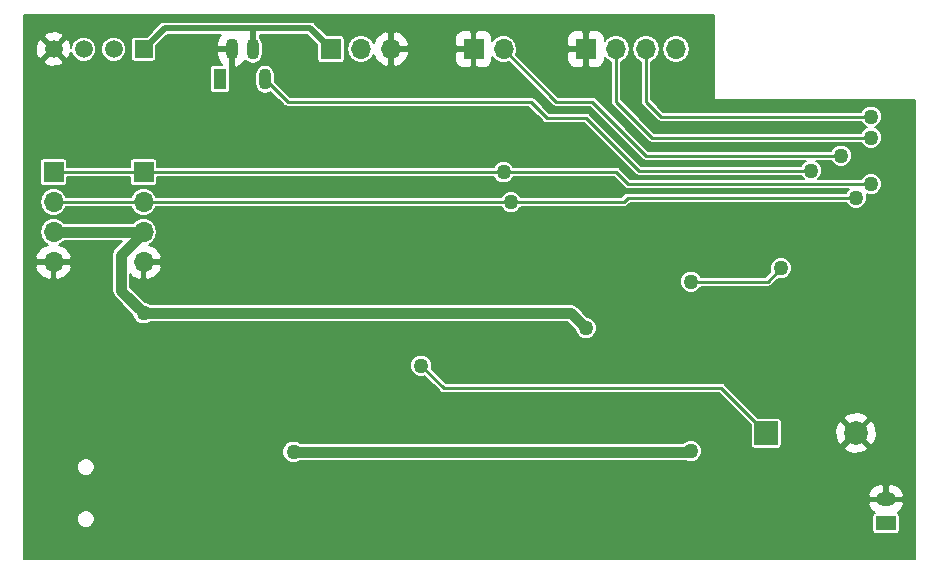
<source format=gbr>
G04 #@! TF.GenerationSoftware,KiCad,Pcbnew,(5.0.1)-rc2*
G04 #@! TF.CreationDate,2020-01-05T22:16:04+01:00*
G04 #@! TF.ProjectId,IoT_Messenger,496F545F4D657373656E6765722E6B69,rev?*
G04 #@! TF.SameCoordinates,Original*
G04 #@! TF.FileFunction,Copper,L2,Bot,Signal*
G04 #@! TF.FilePolarity,Positive*
%FSLAX46Y46*%
G04 Gerber Fmt 4.6, Leading zero omitted, Abs format (unit mm)*
G04 Created by KiCad (PCBNEW (5.0.1)-rc2) date 05/01/2020 22:16:04*
%MOMM*%
%LPD*%
G01*
G04 APERTURE LIST*
G04 #@! TA.AperFunction,ComponentPad*
%ADD10R,1.700000X1.700000*%
G04 #@! TD*
G04 #@! TA.AperFunction,ComponentPad*
%ADD11O,1.700000X1.700000*%
G04 #@! TD*
G04 #@! TA.AperFunction,ComponentPad*
%ADD12R,1.700000X1.200000*%
G04 #@! TD*
G04 #@! TA.AperFunction,ComponentPad*
%ADD13O,1.700000X1.200000*%
G04 #@! TD*
G04 #@! TA.AperFunction,ComponentPad*
%ADD14O,1.070000X1.800000*%
G04 #@! TD*
G04 #@! TA.AperFunction,ComponentPad*
%ADD15R,1.070000X1.800000*%
G04 #@! TD*
G04 #@! TA.AperFunction,ComponentPad*
%ADD16R,2.000000X2.000000*%
G04 #@! TD*
G04 #@! TA.AperFunction,ComponentPad*
%ADD17C,2.000000*%
G04 #@! TD*
G04 #@! TA.AperFunction,ComponentPad*
%ADD18C,1.500000*%
G04 #@! TD*
G04 #@! TA.AperFunction,ComponentPad*
%ADD19R,1.500000X1.500000*%
G04 #@! TD*
G04 #@! TA.AperFunction,ViaPad*
%ADD20C,1.270000*%
G04 #@! TD*
G04 #@! TA.AperFunction,Conductor*
%ADD21C,0.254000*%
G04 #@! TD*
G04 #@! TA.AperFunction,Conductor*
%ADD22C,0.508000*%
G04 #@! TD*
G04 #@! TA.AperFunction,Conductor*
%ADD23C,0.889000*%
G04 #@! TD*
G04 #@! TA.AperFunction,Conductor*
%ADD24C,0.203200*%
G04 #@! TD*
G04 APERTURE END LIST*
D10*
G04 #@! TO.P,J4,1*
G04 #@! TO.N,GND*
X116840000Y-84328000D03*
D11*
G04 #@! TO.P,J4,2*
G04 #@! TO.N,Net-(IC4-Pad21)*
X119380000Y-84328000D03*
G04 #@! TO.P,J4,3*
G04 #@! TO.N,Net-(IC4-Pad22)*
X121920000Y-84328000D03*
G04 #@! TO.P,J4,4*
G04 #@! TO.N,/RST*
X124460000Y-84328000D03*
G04 #@! TD*
D12*
G04 #@! TO.P,CONN2,1*
G04 #@! TO.N,Net-(CONN2-Pad1)*
X142240000Y-124460000D03*
D13*
G04 #@! TO.P,CONN2,2*
G04 #@! TO.N,GND*
X142240000Y-122460000D03*
G04 #@! TD*
D14*
G04 #@! TO.P,LED2,4*
G04 #@! TO.N,/GPIO2*
X89662000Y-86868000D03*
G04 #@! TO.P,LED2,3*
G04 #@! TO.N,+3V3*
X88646000Y-84328000D03*
G04 #@! TO.P,LED2,2*
G04 #@! TO.N,GND*
X86868000Y-84328000D03*
D15*
G04 #@! TO.P,LED2,1*
G04 #@! TO.N,Net-(J5-Pad2)*
X85852000Y-86868000D03*
G04 #@! TD*
D16*
G04 #@! TO.P,BZ1,1*
G04 #@! TO.N,/GPIO13*
X132080000Y-116840000D03*
D17*
G04 #@! TO.P,BZ1,2*
G04 #@! TO.N,GND*
X139680000Y-116840000D03*
G04 #@! TD*
D18*
G04 #@! TO.P,IC3,4*
G04 #@! TO.N,GND*
X71755000Y-84328000D03*
G04 #@! TO.P,IC3,3*
G04 #@! TO.N,N/C*
X74295000Y-84328000D03*
G04 #@! TO.P,IC3,2*
G04 #@! TO.N,/GPIO0*
X76835000Y-84328000D03*
D19*
G04 #@! TO.P,IC3,1*
G04 #@! TO.N,+3V3*
X79375000Y-84328000D03*
G04 #@! TD*
D10*
G04 #@! TO.P,J1,1*
G04 #@! TO.N,/GPIO4*
X79375000Y-94742000D03*
D11*
G04 #@! TO.P,J1,2*
G04 #@! TO.N,/GPIO5*
X79375000Y-97282000D03*
G04 #@! TO.P,J1,3*
G04 #@! TO.N,+3V3*
X79375000Y-99822000D03*
G04 #@! TO.P,J1,4*
G04 #@! TO.N,GND*
X79375000Y-102362000D03*
G04 #@! TD*
G04 #@! TO.P,J2,4*
G04 #@! TO.N,GND*
X71755000Y-102362000D03*
G04 #@! TO.P,J2,3*
G04 #@! TO.N,+3V3*
X71755000Y-99822000D03*
G04 #@! TO.P,J2,2*
G04 #@! TO.N,/GPIO5*
X71755000Y-97282000D03*
D10*
G04 #@! TO.P,J2,1*
G04 #@! TO.N,/GPIO4*
X71755000Y-94742000D03*
G04 #@! TD*
D11*
G04 #@! TO.P,J3,2*
G04 #@! TO.N,/GPIO0*
X109855000Y-84328000D03*
D10*
G04 #@! TO.P,J3,1*
G04 #@! TO.N,GND*
X107315000Y-84328000D03*
G04 #@! TD*
D11*
G04 #@! TO.P,J5,3*
G04 #@! TO.N,GND*
X100330000Y-84328000D03*
G04 #@! TO.P,J5,2*
G04 #@! TO.N,Net-(J5-Pad2)*
X97790000Y-84328000D03*
D10*
G04 #@! TO.P,J5,1*
G04 #@! TO.N,+3V3*
X95250000Y-84328000D03*
G04 #@! TD*
D20*
G04 #@! TO.N,GND*
X107950000Y-99060000D03*
X143510000Y-105410000D03*
X137287000Y-107950000D03*
X95250000Y-91440000D03*
X95250000Y-101600000D03*
X140970000Y-102870000D03*
X83820000Y-91440000D03*
X83820000Y-101600000D03*
X114300000Y-92710000D03*
X116840000Y-92710000D03*
X110490000Y-92710000D03*
X123825000Y-109220000D03*
X109220000Y-111125000D03*
X87630000Y-111125000D03*
X109220000Y-115570000D03*
X87630000Y-115570000D03*
X73660000Y-114300000D03*
X123825000Y-115570000D03*
X143510000Y-107950000D03*
X143510000Y-110490000D03*
X143510000Y-113030000D03*
X130810000Y-124968000D03*
X135890000Y-115570000D03*
X79248000Y-123444000D03*
X90170000Y-125730000D03*
X72390000Y-121920000D03*
X104140000Y-91440000D03*
X113411000Y-84328000D03*
X103886000Y-84328000D03*
X83820000Y-84328000D03*
X89535000Y-91440000D03*
X89535000Y-101600000D03*
X91694000Y-84328000D03*
X73660000Y-86360000D03*
X77470000Y-86360000D03*
X71755000Y-91440000D03*
X97155000Y-114300000D03*
X97155000Y-108585000D03*
X123825000Y-124968000D03*
X105410000Y-125730000D03*
X91440000Y-123190000D03*
X118110000Y-115570000D03*
X106680000Y-115570000D03*
X104140000Y-115570000D03*
X106680000Y-111125000D03*
X81280000Y-114300000D03*
G04 #@! TO.N,/GPIO0*
X138430000Y-93345000D03*
G04 #@! TO.N,+BATT*
X92075000Y-118430000D03*
X125730000Y-118364000D03*
G04 #@! TO.N,+3V3*
X79375000Y-106680000D03*
X116840000Y-107950000D03*
G04 #@! TO.N,/GPIO13*
X102870000Y-111125000D03*
G04 #@! TO.N,Net-(IC4-Pad22)*
X140970000Y-90043000D03*
G04 #@! TO.N,Net-(IC4-Pad21)*
X140970000Y-91821000D03*
G04 #@! TO.N,/GPIO5*
X139700000Y-96901000D03*
X110490000Y-97282000D03*
G04 #@! TO.N,/GPIO4*
X140970000Y-95758000D03*
X109855000Y-94742000D03*
G04 #@! TO.N,/GPIO2*
X135890000Y-94615000D03*
G04 #@! TO.N,/A0*
X125730000Y-104013000D03*
X133350000Y-102870000D03*
G04 #@! TD*
D21*
G04 #@! TO.N,/GPIO0*
X121920000Y-93345000D02*
X138430000Y-93345000D01*
X117348000Y-88773000D02*
X121920000Y-93345000D01*
X109855000Y-84328000D02*
X114300000Y-88773000D01*
X114300000Y-88773000D02*
X117348000Y-88773000D01*
D22*
G04 #@! TO.N,+BATT*
X125664000Y-118430000D02*
X125730000Y-118364000D01*
D23*
X92075000Y-118430000D02*
X125664000Y-118430000D01*
D22*
G04 #@! TO.N,+3V3*
X79375000Y-84328000D02*
X81153000Y-82550000D01*
X93472000Y-82550000D02*
X95250000Y-84328000D01*
X88646000Y-84328000D02*
X88646000Y-82550000D01*
X81153000Y-82550000D02*
X88646000Y-82550000D01*
X88646000Y-82550000D02*
X93472000Y-82550000D01*
D23*
X79375000Y-106680000D02*
X115570000Y-106680000D01*
X115570000Y-106680000D02*
X116840000Y-107950000D01*
X71755000Y-99822000D02*
X79375000Y-99822000D01*
X79375000Y-106680000D02*
X77470000Y-104775000D01*
X77470000Y-101727000D02*
X79375000Y-99822000D01*
X77470000Y-104775000D02*
X77470000Y-101727000D01*
D21*
G04 #@! TO.N,/GPIO13*
X104775000Y-113030000D02*
X102870000Y-111125000D01*
X128270000Y-113030000D02*
X104775000Y-113030000D01*
X132080000Y-116840000D02*
X128270000Y-113030000D01*
G04 #@! TO.N,Net-(IC4-Pad22)*
X121920000Y-84328000D02*
X121920000Y-88773000D01*
X121920000Y-88773000D02*
X123190000Y-90043000D01*
X123190000Y-90043000D02*
X140970000Y-90043000D01*
G04 #@! TO.N,Net-(IC4-Pad21)*
X140970000Y-91821000D02*
X122428000Y-91821000D01*
X119380000Y-88773000D02*
X119380000Y-84328000D01*
X122428000Y-91821000D02*
X119380000Y-88773000D01*
G04 #@! TO.N,/GPIO5*
X76835000Y-97282000D02*
X75565000Y-97282000D01*
X71755000Y-97282000D02*
X75565000Y-97282000D01*
X119888000Y-97282000D02*
X110490000Y-97282000D01*
X110490000Y-97282000D02*
X76835000Y-97282000D01*
X120015000Y-97282000D02*
X120396000Y-96901000D01*
X119888000Y-97282000D02*
X120015000Y-97282000D01*
X139700000Y-96901000D02*
X120396000Y-96901000D01*
G04 #@! TO.N,/GPIO4*
X76835000Y-94742000D02*
X75565000Y-94742000D01*
X71755000Y-94742000D02*
X75565000Y-94742000D01*
X76835000Y-94742000D02*
X110490000Y-94742000D01*
X119380000Y-94742000D02*
X120396000Y-95758000D01*
X110490000Y-94742000D02*
X119380000Y-94742000D01*
X120396000Y-95758000D02*
X140970000Y-95758000D01*
G04 #@! TO.N,/GPIO2*
X91567000Y-88773000D02*
X89662000Y-86868000D01*
X112141000Y-88773000D02*
X91567000Y-88773000D01*
X113538000Y-90170000D02*
X112141000Y-88773000D01*
X116840000Y-90170000D02*
X113538000Y-90170000D01*
X135890000Y-94615000D02*
X121285000Y-94615000D01*
X121285000Y-94615000D02*
X116840000Y-90170000D01*
G04 #@! TO.N,/A0*
X125730000Y-104013000D02*
X130937000Y-104013000D01*
X130937000Y-104013000D02*
X132207000Y-104013000D01*
X132207000Y-104013000D02*
X133350000Y-102870000D01*
G04 #@! TD*
D24*
G04 #@! TO.N,GND*
G36*
X127660400Y-88519000D02*
X127668134Y-88557881D01*
X127690158Y-88590842D01*
X127723119Y-88612866D01*
X127762000Y-88620600D01*
X144654201Y-88620600D01*
X144654200Y-127509200D01*
X69213800Y-127509200D01*
X69213800Y-123969861D01*
X73740200Y-123969861D01*
X73740200Y-124270139D01*
X73855112Y-124547560D01*
X74067440Y-124759888D01*
X74344861Y-124874800D01*
X74645139Y-124874800D01*
X74922560Y-124759888D01*
X75134888Y-124547560D01*
X75249800Y-124270139D01*
X75249800Y-123969861D01*
X75134888Y-123692440D01*
X74922560Y-123480112D01*
X74645139Y-123365200D01*
X74344861Y-123365200D01*
X74067440Y-123480112D01*
X73855112Y-123692440D01*
X73740200Y-123969861D01*
X69213800Y-123969861D01*
X69213800Y-122818250D01*
X140702306Y-122818250D01*
X140707724Y-122868221D01*
X140961551Y-123327853D01*
X141269726Y-123573785D01*
X141170252Y-123640252D01*
X141102885Y-123741073D01*
X141079229Y-123860000D01*
X141079229Y-125060000D01*
X141102885Y-125178927D01*
X141170252Y-125279748D01*
X141271073Y-125347115D01*
X141390000Y-125370771D01*
X143090000Y-125370771D01*
X143208927Y-125347115D01*
X143309748Y-125279748D01*
X143377115Y-125178927D01*
X143400771Y-125060000D01*
X143400771Y-123860000D01*
X143377115Y-123741073D01*
X143309748Y-123640252D01*
X143210274Y-123573785D01*
X143518449Y-123327853D01*
X143772276Y-122868221D01*
X143777694Y-122818250D01*
X143632329Y-122612400D01*
X142392400Y-122612400D01*
X142392400Y-122632400D01*
X142087600Y-122632400D01*
X142087600Y-122612400D01*
X140847671Y-122612400D01*
X140702306Y-122818250D01*
X69213800Y-122818250D01*
X69213800Y-122101750D01*
X140702306Y-122101750D01*
X140847671Y-122307600D01*
X142087600Y-122307600D01*
X142087600Y-121302006D01*
X142392400Y-121302006D01*
X142392400Y-122307600D01*
X143632329Y-122307600D01*
X143777694Y-122101750D01*
X143772276Y-122051779D01*
X143518449Y-121592147D01*
X143108050Y-121264638D01*
X142603559Y-121119112D01*
X142392400Y-121302006D01*
X142087600Y-121302006D01*
X141876441Y-121119112D01*
X141371950Y-121264638D01*
X140961551Y-121592147D01*
X140707724Y-122051779D01*
X140702306Y-122101750D01*
X69213800Y-122101750D01*
X69213800Y-119569861D01*
X73740200Y-119569861D01*
X73740200Y-119870139D01*
X73855112Y-120147560D01*
X74067440Y-120359888D01*
X74344861Y-120474800D01*
X74645139Y-120474800D01*
X74922560Y-120359888D01*
X75134888Y-120147560D01*
X75249800Y-119870139D01*
X75249800Y-119569861D01*
X75134888Y-119292440D01*
X74922560Y-119080112D01*
X74645139Y-118965200D01*
X74344861Y-118965200D01*
X74067440Y-119080112D01*
X73855112Y-119292440D01*
X73740200Y-119569861D01*
X69213800Y-119569861D01*
X69213800Y-118243062D01*
X91135200Y-118243062D01*
X91135200Y-118616938D01*
X91278276Y-118962354D01*
X91542646Y-119226724D01*
X91888062Y-119369800D01*
X92261938Y-119369800D01*
X92607354Y-119226724D01*
X92654778Y-119179300D01*
X125242492Y-119179300D01*
X125543062Y-119303800D01*
X125916938Y-119303800D01*
X126262354Y-119160724D01*
X126526724Y-118896354D01*
X126669800Y-118550938D01*
X126669800Y-118177062D01*
X126526724Y-117831646D01*
X126262354Y-117567276D01*
X125916938Y-117424200D01*
X125543062Y-117424200D01*
X125197646Y-117567276D01*
X125084222Y-117680700D01*
X92654778Y-117680700D01*
X92607354Y-117633276D01*
X92261938Y-117490200D01*
X91888062Y-117490200D01*
X91542646Y-117633276D01*
X91278276Y-117897646D01*
X91135200Y-118243062D01*
X69213800Y-118243062D01*
X69213800Y-110938062D01*
X101930200Y-110938062D01*
X101930200Y-111311938D01*
X102073276Y-111657354D01*
X102337646Y-111921724D01*
X102683062Y-112064800D01*
X103056938Y-112064800D01*
X103157492Y-112023149D01*
X104439602Y-113305260D01*
X104463690Y-113341310D01*
X104499740Y-113365398D01*
X104499741Y-113365399D01*
X104606520Y-113436746D01*
X104732474Y-113461800D01*
X104732478Y-113461800D01*
X104775000Y-113470258D01*
X104817522Y-113461800D01*
X128091143Y-113461800D01*
X130769229Y-116139887D01*
X130769229Y-117840000D01*
X130792885Y-117958927D01*
X130860252Y-118059748D01*
X130961073Y-118127115D01*
X131080000Y-118150771D01*
X133080000Y-118150771D01*
X133198927Y-118127115D01*
X133292815Y-118064380D01*
X138671146Y-118064380D01*
X138766411Y-118356726D01*
X139416379Y-118590887D01*
X140106482Y-118558492D01*
X140593589Y-118356726D01*
X140688854Y-118064380D01*
X139680000Y-117055526D01*
X138671146Y-118064380D01*
X133292815Y-118064380D01*
X133299748Y-118059748D01*
X133367115Y-117958927D01*
X133390771Y-117840000D01*
X133390771Y-116576379D01*
X137929113Y-116576379D01*
X137961508Y-117266482D01*
X138163274Y-117753589D01*
X138455620Y-117848854D01*
X139464474Y-116840000D01*
X139895526Y-116840000D01*
X140904380Y-117848854D01*
X141196726Y-117753589D01*
X141430887Y-117103621D01*
X141398492Y-116413518D01*
X141196726Y-115926411D01*
X140904380Y-115831146D01*
X139895526Y-116840000D01*
X139464474Y-116840000D01*
X138455620Y-115831146D01*
X138163274Y-115926411D01*
X137929113Y-116576379D01*
X133390771Y-116576379D01*
X133390771Y-115840000D01*
X133367115Y-115721073D01*
X133299748Y-115620252D01*
X133292816Y-115615620D01*
X138671146Y-115615620D01*
X139680000Y-116624474D01*
X140688854Y-115615620D01*
X140593589Y-115323274D01*
X139943621Y-115089113D01*
X139253518Y-115121508D01*
X138766411Y-115323274D01*
X138671146Y-115615620D01*
X133292816Y-115615620D01*
X133198927Y-115552885D01*
X133080000Y-115529229D01*
X131379887Y-115529229D01*
X128605400Y-112754743D01*
X128581310Y-112718690D01*
X128438480Y-112623254D01*
X128312526Y-112598200D01*
X128312522Y-112598200D01*
X128270000Y-112589742D01*
X128227478Y-112598200D01*
X104953858Y-112598200D01*
X103768149Y-111412492D01*
X103809800Y-111311938D01*
X103809800Y-110938062D01*
X103666724Y-110592646D01*
X103402354Y-110328276D01*
X103056938Y-110185200D01*
X102683062Y-110185200D01*
X102337646Y-110328276D01*
X102073276Y-110592646D01*
X101930200Y-110938062D01*
X69213800Y-110938062D01*
X69213800Y-102759575D01*
X70219020Y-102759575D01*
X70387760Y-103166981D01*
X70799888Y-103628925D01*
X71357423Y-103897991D01*
X71602600Y-103757125D01*
X71602600Y-102514400D01*
X71907400Y-102514400D01*
X71907400Y-103757125D01*
X72152577Y-103897991D01*
X72710112Y-103628925D01*
X73122240Y-103166981D01*
X73290980Y-102759575D01*
X73149145Y-102514400D01*
X71907400Y-102514400D01*
X71602600Y-102514400D01*
X70360855Y-102514400D01*
X70219020Y-102759575D01*
X69213800Y-102759575D01*
X69213800Y-101964425D01*
X70219020Y-101964425D01*
X70360855Y-102209600D01*
X71602600Y-102209600D01*
X71602600Y-102189600D01*
X71907400Y-102189600D01*
X71907400Y-102209600D01*
X73149145Y-102209600D01*
X73290980Y-101964425D01*
X73122240Y-101557019D01*
X72710112Y-101095075D01*
X72256162Y-100875999D01*
X72587564Y-100654564D01*
X72643199Y-100571300D01*
X77566031Y-100571300D01*
X76992350Y-101144981D01*
X76929786Y-101186785D01*
X76887983Y-101249348D01*
X76764176Y-101434638D01*
X76706021Y-101727000D01*
X76720701Y-101800800D01*
X76720700Y-104701204D01*
X76706021Y-104775000D01*
X76720700Y-104848796D01*
X76764175Y-105067361D01*
X76929785Y-105315215D01*
X76992352Y-105357021D01*
X78435200Y-106799870D01*
X78435200Y-106866938D01*
X78578276Y-107212354D01*
X78842646Y-107476724D01*
X79188062Y-107619800D01*
X79561938Y-107619800D01*
X79907354Y-107476724D01*
X79954778Y-107429300D01*
X115259631Y-107429300D01*
X115900200Y-108069870D01*
X115900200Y-108136938D01*
X116043276Y-108482354D01*
X116307646Y-108746724D01*
X116653062Y-108889800D01*
X117026938Y-108889800D01*
X117372354Y-108746724D01*
X117636724Y-108482354D01*
X117779800Y-108136938D01*
X117779800Y-107763062D01*
X117636724Y-107417646D01*
X117372354Y-107153276D01*
X117026938Y-107010200D01*
X116959870Y-107010200D01*
X116152021Y-106202352D01*
X116110215Y-106139785D01*
X115862362Y-105974175D01*
X115643797Y-105930700D01*
X115643796Y-105930700D01*
X115570000Y-105916021D01*
X115496204Y-105930700D01*
X79954778Y-105930700D01*
X79907354Y-105883276D01*
X79561938Y-105740200D01*
X79494870Y-105740200D01*
X78219300Y-104464631D01*
X78219300Y-103404091D01*
X78419888Y-103628925D01*
X78977423Y-103897991D01*
X79222600Y-103757125D01*
X79222600Y-102514400D01*
X79527400Y-102514400D01*
X79527400Y-103757125D01*
X79772577Y-103897991D01*
X79921621Y-103826062D01*
X124790200Y-103826062D01*
X124790200Y-104199938D01*
X124933276Y-104545354D01*
X125197646Y-104809724D01*
X125543062Y-104952800D01*
X125916938Y-104952800D01*
X126262354Y-104809724D01*
X126526724Y-104545354D01*
X126568375Y-104444800D01*
X132164478Y-104444800D01*
X132207000Y-104453258D01*
X132249522Y-104444800D01*
X132249526Y-104444800D01*
X132375480Y-104419746D01*
X132518310Y-104324310D01*
X132542399Y-104288258D01*
X133062508Y-103768149D01*
X133163062Y-103809800D01*
X133536938Y-103809800D01*
X133882354Y-103666724D01*
X134146724Y-103402354D01*
X134289800Y-103056938D01*
X134289800Y-102683062D01*
X134146724Y-102337646D01*
X133882354Y-102073276D01*
X133536938Y-101930200D01*
X133163062Y-101930200D01*
X132817646Y-102073276D01*
X132553276Y-102337646D01*
X132410200Y-102683062D01*
X132410200Y-103056938D01*
X132451851Y-103157492D01*
X132028143Y-103581200D01*
X126568375Y-103581200D01*
X126526724Y-103480646D01*
X126262354Y-103216276D01*
X125916938Y-103073200D01*
X125543062Y-103073200D01*
X125197646Y-103216276D01*
X124933276Y-103480646D01*
X124790200Y-103826062D01*
X79921621Y-103826062D01*
X80330112Y-103628925D01*
X80742240Y-103166981D01*
X80910980Y-102759575D01*
X80769145Y-102514400D01*
X79527400Y-102514400D01*
X79222600Y-102514400D01*
X79202600Y-102514400D01*
X79202600Y-102209600D01*
X79222600Y-102209600D01*
X79222600Y-102189600D01*
X79527400Y-102189600D01*
X79527400Y-102209600D01*
X80769145Y-102209600D01*
X80910980Y-101964425D01*
X80742240Y-101557019D01*
X80330112Y-101095075D01*
X79876162Y-100875999D01*
X80207564Y-100654564D01*
X80462797Y-100272580D01*
X80552423Y-99822000D01*
X80462797Y-99371420D01*
X80207564Y-98989436D01*
X79825580Y-98734203D01*
X79488733Y-98667200D01*
X79261267Y-98667200D01*
X78924420Y-98734203D01*
X78542436Y-98989436D01*
X78486801Y-99072700D01*
X72643199Y-99072700D01*
X72587564Y-98989436D01*
X72205580Y-98734203D01*
X71868733Y-98667200D01*
X71641267Y-98667200D01*
X71304420Y-98734203D01*
X70922436Y-98989436D01*
X70667203Y-99371420D01*
X70577577Y-99822000D01*
X70667203Y-100272580D01*
X70922436Y-100654564D01*
X71253838Y-100875999D01*
X70799888Y-101095075D01*
X70387760Y-101557019D01*
X70219020Y-101964425D01*
X69213800Y-101964425D01*
X69213800Y-97282000D01*
X70577577Y-97282000D01*
X70667203Y-97732580D01*
X70922436Y-98114564D01*
X71304420Y-98369797D01*
X71641267Y-98436800D01*
X71868733Y-98436800D01*
X72205580Y-98369797D01*
X72587564Y-98114564D01*
X72842797Y-97732580D01*
X72846533Y-97713800D01*
X78283467Y-97713800D01*
X78287203Y-97732580D01*
X78542436Y-98114564D01*
X78924420Y-98369797D01*
X79261267Y-98436800D01*
X79488733Y-98436800D01*
X79825580Y-98369797D01*
X80207564Y-98114564D01*
X80462797Y-97732580D01*
X80466533Y-97713800D01*
X109651625Y-97713800D01*
X109693276Y-97814354D01*
X109957646Y-98078724D01*
X110303062Y-98221800D01*
X110676938Y-98221800D01*
X111022354Y-98078724D01*
X111286724Y-97814354D01*
X111328375Y-97713800D01*
X119972478Y-97713800D01*
X120015000Y-97722258D01*
X120057522Y-97713800D01*
X120057526Y-97713800D01*
X120183480Y-97688746D01*
X120326310Y-97593310D01*
X120350400Y-97557257D01*
X120574857Y-97332800D01*
X138861625Y-97332800D01*
X138903276Y-97433354D01*
X139167646Y-97697724D01*
X139513062Y-97840800D01*
X139886938Y-97840800D01*
X140232354Y-97697724D01*
X140496724Y-97433354D01*
X140639800Y-97087938D01*
X140639800Y-96714062D01*
X140601998Y-96622801D01*
X140783062Y-96697800D01*
X141156938Y-96697800D01*
X141502354Y-96554724D01*
X141766724Y-96290354D01*
X141909800Y-95944938D01*
X141909800Y-95571062D01*
X141766724Y-95225646D01*
X141502354Y-94961276D01*
X141156938Y-94818200D01*
X140783062Y-94818200D01*
X140437646Y-94961276D01*
X140173276Y-95225646D01*
X140131625Y-95326200D01*
X136507878Y-95326200D01*
X136686724Y-95147354D01*
X136829800Y-94801938D01*
X136829800Y-94428062D01*
X136686724Y-94082646D01*
X136422354Y-93818276D01*
X136322222Y-93776800D01*
X137591625Y-93776800D01*
X137633276Y-93877354D01*
X137897646Y-94141724D01*
X138243062Y-94284800D01*
X138616938Y-94284800D01*
X138962354Y-94141724D01*
X139226724Y-93877354D01*
X139369800Y-93531938D01*
X139369800Y-93158062D01*
X139226724Y-92812646D01*
X138962354Y-92548276D01*
X138616938Y-92405200D01*
X138243062Y-92405200D01*
X137897646Y-92548276D01*
X137633276Y-92812646D01*
X137591625Y-92913200D01*
X122098857Y-92913200D01*
X117683400Y-88497743D01*
X117659310Y-88461690D01*
X117516480Y-88366254D01*
X117390526Y-88341200D01*
X117390522Y-88341200D01*
X117348000Y-88332742D01*
X117305478Y-88341200D01*
X114478857Y-88341200D01*
X110932159Y-84794502D01*
X110942797Y-84778580D01*
X110965478Y-84664550D01*
X115253400Y-84664550D01*
X115253400Y-85324519D01*
X115365541Y-85595251D01*
X115572750Y-85802459D01*
X115843481Y-85914600D01*
X116503450Y-85914600D01*
X116687600Y-85730450D01*
X116687600Y-84480400D01*
X115437550Y-84480400D01*
X115253400Y-84664550D01*
X110965478Y-84664550D01*
X111032423Y-84328000D01*
X110942797Y-83877420D01*
X110687564Y-83495436D01*
X110442188Y-83331481D01*
X115253400Y-83331481D01*
X115253400Y-83991450D01*
X115437550Y-84175600D01*
X116687600Y-84175600D01*
X116687600Y-82925550D01*
X116992400Y-82925550D01*
X116992400Y-84175600D01*
X117012400Y-84175600D01*
X117012400Y-84480400D01*
X116992400Y-84480400D01*
X116992400Y-85730450D01*
X117176550Y-85914600D01*
X117836519Y-85914600D01*
X118107250Y-85802459D01*
X118314459Y-85595251D01*
X118426600Y-85324519D01*
X118426600Y-84979720D01*
X118547436Y-85160564D01*
X118929420Y-85415797D01*
X118948201Y-85419533D01*
X118948200Y-88730478D01*
X118939742Y-88773000D01*
X118948200Y-88815522D01*
X118948200Y-88815525D01*
X118973254Y-88941479D01*
X119068690Y-89084310D01*
X119104742Y-89108399D01*
X122092602Y-92096260D01*
X122116690Y-92132310D01*
X122152740Y-92156398D01*
X122152741Y-92156399D01*
X122259520Y-92227746D01*
X122385474Y-92252800D01*
X122385478Y-92252800D01*
X122428000Y-92261258D01*
X122470522Y-92252800D01*
X140131625Y-92252800D01*
X140173276Y-92353354D01*
X140437646Y-92617724D01*
X140783062Y-92760800D01*
X141156938Y-92760800D01*
X141502354Y-92617724D01*
X141766724Y-92353354D01*
X141909800Y-92007938D01*
X141909800Y-91634062D01*
X141766724Y-91288646D01*
X141502354Y-91024276D01*
X141279580Y-90932000D01*
X141502354Y-90839724D01*
X141766724Y-90575354D01*
X141909800Y-90229938D01*
X141909800Y-89856062D01*
X141766724Y-89510646D01*
X141502354Y-89246276D01*
X141156938Y-89103200D01*
X140783062Y-89103200D01*
X140437646Y-89246276D01*
X140173276Y-89510646D01*
X140131625Y-89611200D01*
X123368857Y-89611200D01*
X122351800Y-88594143D01*
X122351800Y-85419533D01*
X122370580Y-85415797D01*
X122752564Y-85160564D01*
X123007797Y-84778580D01*
X123097423Y-84328000D01*
X123282577Y-84328000D01*
X123372203Y-84778580D01*
X123627436Y-85160564D01*
X124009420Y-85415797D01*
X124346267Y-85482800D01*
X124573733Y-85482800D01*
X124910580Y-85415797D01*
X125292564Y-85160564D01*
X125547797Y-84778580D01*
X125637423Y-84328000D01*
X125547797Y-83877420D01*
X125292564Y-83495436D01*
X124910580Y-83240203D01*
X124573733Y-83173200D01*
X124346267Y-83173200D01*
X124009420Y-83240203D01*
X123627436Y-83495436D01*
X123372203Y-83877420D01*
X123282577Y-84328000D01*
X123097423Y-84328000D01*
X123007797Y-83877420D01*
X122752564Y-83495436D01*
X122370580Y-83240203D01*
X122033733Y-83173200D01*
X121806267Y-83173200D01*
X121469420Y-83240203D01*
X121087436Y-83495436D01*
X120832203Y-83877420D01*
X120742577Y-84328000D01*
X120832203Y-84778580D01*
X121087436Y-85160564D01*
X121469420Y-85415797D01*
X121488200Y-85419533D01*
X121488201Y-88730473D01*
X121479742Y-88773000D01*
X121513254Y-88941479D01*
X121584601Y-89048258D01*
X121584603Y-89048260D01*
X121608691Y-89084310D01*
X121644741Y-89108398D01*
X122854600Y-90318257D01*
X122878690Y-90354310D01*
X123021520Y-90449746D01*
X123147474Y-90474800D01*
X123147477Y-90474800D01*
X123189999Y-90483258D01*
X123232521Y-90474800D01*
X140131625Y-90474800D01*
X140173276Y-90575354D01*
X140437646Y-90839724D01*
X140660420Y-90932000D01*
X140437646Y-91024276D01*
X140173276Y-91288646D01*
X140131625Y-91389200D01*
X122606858Y-91389200D01*
X119811800Y-88594143D01*
X119811800Y-85419533D01*
X119830580Y-85415797D01*
X120212564Y-85160564D01*
X120467797Y-84778580D01*
X120557423Y-84328000D01*
X120467797Y-83877420D01*
X120212564Y-83495436D01*
X119830580Y-83240203D01*
X119493733Y-83173200D01*
X119266267Y-83173200D01*
X118929420Y-83240203D01*
X118547436Y-83495436D01*
X118426600Y-83676280D01*
X118426600Y-83331481D01*
X118314459Y-83060749D01*
X118107250Y-82853541D01*
X117836519Y-82741400D01*
X117176550Y-82741400D01*
X116992400Y-82925550D01*
X116687600Y-82925550D01*
X116503450Y-82741400D01*
X115843481Y-82741400D01*
X115572750Y-82853541D01*
X115365541Y-83060749D01*
X115253400Y-83331481D01*
X110442188Y-83331481D01*
X110305580Y-83240203D01*
X109968733Y-83173200D01*
X109741267Y-83173200D01*
X109404420Y-83240203D01*
X109022436Y-83495436D01*
X108901600Y-83676280D01*
X108901600Y-83331481D01*
X108789459Y-83060749D01*
X108582250Y-82853541D01*
X108311519Y-82741400D01*
X107651550Y-82741400D01*
X107467400Y-82925550D01*
X107467400Y-84175600D01*
X107487400Y-84175600D01*
X107487400Y-84480400D01*
X107467400Y-84480400D01*
X107467400Y-85730450D01*
X107651550Y-85914600D01*
X108311519Y-85914600D01*
X108582250Y-85802459D01*
X108789459Y-85595251D01*
X108901600Y-85324519D01*
X108901600Y-84979720D01*
X109022436Y-85160564D01*
X109404420Y-85415797D01*
X109741267Y-85482800D01*
X109968733Y-85482800D01*
X110305580Y-85415797D01*
X110321502Y-85405159D01*
X113964600Y-89048257D01*
X113988690Y-89084310D01*
X114131520Y-89179746D01*
X114257474Y-89204800D01*
X114257477Y-89204800D01*
X114299999Y-89213258D01*
X114342521Y-89204800D01*
X117169143Y-89204800D01*
X121584600Y-93620257D01*
X121608690Y-93656310D01*
X121751520Y-93751746D01*
X121877474Y-93776800D01*
X121877478Y-93776800D01*
X121919999Y-93785258D01*
X121962520Y-93776800D01*
X135457778Y-93776800D01*
X135357646Y-93818276D01*
X135093276Y-94082646D01*
X135051625Y-94183200D01*
X121463857Y-94183200D01*
X117175400Y-89894743D01*
X117151310Y-89858690D01*
X117008480Y-89763254D01*
X116882526Y-89738200D01*
X116882522Y-89738200D01*
X116840000Y-89729742D01*
X116797478Y-89738200D01*
X113716857Y-89738200D01*
X112476400Y-88497743D01*
X112452310Y-88461690D01*
X112309480Y-88366254D01*
X112183526Y-88341200D01*
X112183522Y-88341200D01*
X112141000Y-88332742D01*
X112098478Y-88341200D01*
X91745858Y-88341200D01*
X90501800Y-87097143D01*
X90501800Y-86420290D01*
X90453074Y-86175327D01*
X90267462Y-85897538D01*
X89989672Y-85711926D01*
X89662000Y-85646748D01*
X89334327Y-85711926D01*
X89056538Y-85897538D01*
X88870926Y-86175328D01*
X88822200Y-86420291D01*
X88822200Y-87315710D01*
X88870927Y-87560673D01*
X89056539Y-87838462D01*
X89334328Y-88024074D01*
X89662000Y-88089252D01*
X89989673Y-88024074D01*
X90120201Y-87936858D01*
X91231602Y-89048260D01*
X91255690Y-89084310D01*
X91291740Y-89108398D01*
X91291741Y-89108399D01*
X91398520Y-89179746D01*
X91524474Y-89204800D01*
X91524478Y-89204800D01*
X91567000Y-89213258D01*
X91609522Y-89204800D01*
X111962143Y-89204800D01*
X113202600Y-90445257D01*
X113226690Y-90481310D01*
X113369520Y-90576746D01*
X113495474Y-90601800D01*
X113495478Y-90601800D01*
X113537999Y-90610258D01*
X113580520Y-90601800D01*
X116661143Y-90601800D01*
X120949600Y-94890257D01*
X120973690Y-94926310D01*
X121116520Y-95021746D01*
X121242474Y-95046800D01*
X121242477Y-95046800D01*
X121284999Y-95055258D01*
X121327521Y-95046800D01*
X135051625Y-95046800D01*
X135093276Y-95147354D01*
X135272122Y-95326200D01*
X120574858Y-95326200D01*
X119715399Y-94466742D01*
X119691310Y-94430690D01*
X119548480Y-94335254D01*
X119422526Y-94310200D01*
X119422522Y-94310200D01*
X119380000Y-94301742D01*
X119337478Y-94310200D01*
X110693375Y-94310200D01*
X110651724Y-94209646D01*
X110387354Y-93945276D01*
X110041938Y-93802200D01*
X109668062Y-93802200D01*
X109322646Y-93945276D01*
X109058276Y-94209646D01*
X109016625Y-94310200D01*
X80535771Y-94310200D01*
X80535771Y-93892000D01*
X80512115Y-93773073D01*
X80444748Y-93672252D01*
X80343927Y-93604885D01*
X80225000Y-93581229D01*
X78525000Y-93581229D01*
X78406073Y-93604885D01*
X78305252Y-93672252D01*
X78237885Y-93773073D01*
X78214229Y-93892000D01*
X78214229Y-94310200D01*
X72915771Y-94310200D01*
X72915771Y-93892000D01*
X72892115Y-93773073D01*
X72824748Y-93672252D01*
X72723927Y-93604885D01*
X72605000Y-93581229D01*
X70905000Y-93581229D01*
X70786073Y-93604885D01*
X70685252Y-93672252D01*
X70617885Y-93773073D01*
X70594229Y-93892000D01*
X70594229Y-95592000D01*
X70617885Y-95710927D01*
X70685252Y-95811748D01*
X70786073Y-95879115D01*
X70905000Y-95902771D01*
X72605000Y-95902771D01*
X72723927Y-95879115D01*
X72824748Y-95811748D01*
X72892115Y-95710927D01*
X72915771Y-95592000D01*
X72915771Y-95173800D01*
X78214229Y-95173800D01*
X78214229Y-95592000D01*
X78237885Y-95710927D01*
X78305252Y-95811748D01*
X78406073Y-95879115D01*
X78525000Y-95902771D01*
X80225000Y-95902771D01*
X80343927Y-95879115D01*
X80444748Y-95811748D01*
X80512115Y-95710927D01*
X80535771Y-95592000D01*
X80535771Y-95173800D01*
X109016625Y-95173800D01*
X109058276Y-95274354D01*
X109322646Y-95538724D01*
X109668062Y-95681800D01*
X110041938Y-95681800D01*
X110387354Y-95538724D01*
X110651724Y-95274354D01*
X110693375Y-95173800D01*
X119201143Y-95173800D01*
X120060602Y-96033260D01*
X120084690Y-96069310D01*
X120120740Y-96093398D01*
X120120741Y-96093399D01*
X120137020Y-96104276D01*
X120227520Y-96164746D01*
X120353474Y-96189800D01*
X120353478Y-96189800D01*
X120396000Y-96198258D01*
X120438522Y-96189800D01*
X139082122Y-96189800D01*
X138903276Y-96368646D01*
X138861625Y-96469200D01*
X120438520Y-96469200D01*
X120395999Y-96460742D01*
X120353478Y-96469200D01*
X120353474Y-96469200D01*
X120227520Y-96494254D01*
X120084690Y-96589690D01*
X120060600Y-96625743D01*
X119836143Y-96850200D01*
X111328375Y-96850200D01*
X111286724Y-96749646D01*
X111022354Y-96485276D01*
X110676938Y-96342200D01*
X110303062Y-96342200D01*
X109957646Y-96485276D01*
X109693276Y-96749646D01*
X109651625Y-96850200D01*
X80466533Y-96850200D01*
X80462797Y-96831420D01*
X80207564Y-96449436D01*
X79825580Y-96194203D01*
X79488733Y-96127200D01*
X79261267Y-96127200D01*
X78924420Y-96194203D01*
X78542436Y-96449436D01*
X78287203Y-96831420D01*
X78283467Y-96850200D01*
X72846533Y-96850200D01*
X72842797Y-96831420D01*
X72587564Y-96449436D01*
X72205580Y-96194203D01*
X71868733Y-96127200D01*
X71641267Y-96127200D01*
X71304420Y-96194203D01*
X70922436Y-96449436D01*
X70667203Y-96831420D01*
X70577577Y-97282000D01*
X69213800Y-97282000D01*
X69213800Y-85968000D01*
X85006229Y-85968000D01*
X85006229Y-87768000D01*
X85029885Y-87886927D01*
X85097252Y-87987748D01*
X85198073Y-88055115D01*
X85317000Y-88078771D01*
X86387000Y-88078771D01*
X86505927Y-88055115D01*
X86606748Y-87987748D01*
X86674115Y-87886927D01*
X86697771Y-87768000D01*
X86697771Y-85968000D01*
X86674115Y-85849073D01*
X86652588Y-85816856D01*
X86715600Y-85769718D01*
X86715600Y-84480400D01*
X85596400Y-84480400D01*
X85596400Y-84845400D01*
X85751516Y-85320419D01*
X86040036Y-85657229D01*
X85317000Y-85657229D01*
X85198073Y-85680885D01*
X85097252Y-85748252D01*
X85029885Y-85849073D01*
X85006229Y-85968000D01*
X69213800Y-85968000D01*
X69213800Y-85371141D01*
X70927385Y-85371141D01*
X70991889Y-85637611D01*
X71551144Y-85829953D01*
X72141434Y-85793636D01*
X72518111Y-85637611D01*
X72582615Y-85371141D01*
X71755000Y-84543526D01*
X70927385Y-85371141D01*
X69213800Y-85371141D01*
X69213800Y-84124144D01*
X70253047Y-84124144D01*
X70289364Y-84714434D01*
X70445389Y-85091111D01*
X70711859Y-85155615D01*
X71539474Y-84328000D01*
X71970526Y-84328000D01*
X72798141Y-85155615D01*
X73064611Y-85091111D01*
X73248234Y-84557208D01*
X73400784Y-84925496D01*
X73697504Y-85222216D01*
X74085187Y-85382800D01*
X74504813Y-85382800D01*
X74892496Y-85222216D01*
X75189216Y-84925496D01*
X75349800Y-84537813D01*
X75349800Y-84118187D01*
X75780200Y-84118187D01*
X75780200Y-84537813D01*
X75940784Y-84925496D01*
X76237504Y-85222216D01*
X76625187Y-85382800D01*
X77044813Y-85382800D01*
X77432496Y-85222216D01*
X77729216Y-84925496D01*
X77889800Y-84537813D01*
X77889800Y-84118187D01*
X77729216Y-83730504D01*
X77576712Y-83578000D01*
X78314229Y-83578000D01*
X78314229Y-85078000D01*
X78337885Y-85196927D01*
X78405252Y-85297748D01*
X78506073Y-85365115D01*
X78625000Y-85388771D01*
X80125000Y-85388771D01*
X80243927Y-85365115D01*
X80344748Y-85297748D01*
X80412115Y-85196927D01*
X80435771Y-85078000D01*
X80435771Y-84057491D01*
X81384463Y-83108800D01*
X85945782Y-83108800D01*
X85751516Y-83335581D01*
X85596400Y-83810600D01*
X85596400Y-84175600D01*
X86715600Y-84175600D01*
X86715600Y-84155600D01*
X87020400Y-84155600D01*
X87020400Y-84175600D01*
X87040400Y-84175600D01*
X87040400Y-84480400D01*
X87020400Y-84480400D01*
X87020400Y-85769718D01*
X87216012Y-85916051D01*
X87659394Y-85699920D01*
X87984484Y-85320419D01*
X88007702Y-85249318D01*
X88040539Y-85298462D01*
X88318328Y-85484074D01*
X88646000Y-85549252D01*
X88973673Y-85484074D01*
X89251462Y-85298462D01*
X89437074Y-85020673D01*
X89485800Y-84775710D01*
X89485800Y-83880290D01*
X89437074Y-83635327D01*
X89251462Y-83357538D01*
X89204800Y-83326360D01*
X89204800Y-83108800D01*
X93240539Y-83108800D01*
X94089229Y-83957491D01*
X94089229Y-85178000D01*
X94112885Y-85296927D01*
X94180252Y-85397748D01*
X94281073Y-85465115D01*
X94400000Y-85488771D01*
X96100000Y-85488771D01*
X96218927Y-85465115D01*
X96319748Y-85397748D01*
X96387115Y-85296927D01*
X96410771Y-85178000D01*
X96410771Y-84328000D01*
X96612577Y-84328000D01*
X96702203Y-84778580D01*
X96957436Y-85160564D01*
X97339420Y-85415797D01*
X97676267Y-85482800D01*
X97903733Y-85482800D01*
X98240580Y-85415797D01*
X98622564Y-85160564D01*
X98843999Y-84829162D01*
X99063075Y-85283112D01*
X99525019Y-85695240D01*
X99932425Y-85863980D01*
X100177600Y-85722145D01*
X100177600Y-84480400D01*
X100482400Y-84480400D01*
X100482400Y-85722145D01*
X100727575Y-85863980D01*
X101134981Y-85695240D01*
X101596925Y-85283112D01*
X101865991Y-84725577D01*
X101830929Y-84664550D01*
X105728400Y-84664550D01*
X105728400Y-85324519D01*
X105840541Y-85595251D01*
X106047750Y-85802459D01*
X106318481Y-85914600D01*
X106978450Y-85914600D01*
X107162600Y-85730450D01*
X107162600Y-84480400D01*
X105912550Y-84480400D01*
X105728400Y-84664550D01*
X101830929Y-84664550D01*
X101725125Y-84480400D01*
X100482400Y-84480400D01*
X100177600Y-84480400D01*
X100157600Y-84480400D01*
X100157600Y-84175600D01*
X100177600Y-84175600D01*
X100177600Y-82933855D01*
X100482400Y-82933855D01*
X100482400Y-84175600D01*
X101725125Y-84175600D01*
X101865991Y-83930423D01*
X101596925Y-83372888D01*
X101550513Y-83331481D01*
X105728400Y-83331481D01*
X105728400Y-83991450D01*
X105912550Y-84175600D01*
X107162600Y-84175600D01*
X107162600Y-82925550D01*
X106978450Y-82741400D01*
X106318481Y-82741400D01*
X106047750Y-82853541D01*
X105840541Y-83060749D01*
X105728400Y-83331481D01*
X101550513Y-83331481D01*
X101134981Y-82960760D01*
X100727575Y-82792020D01*
X100482400Y-82933855D01*
X100177600Y-82933855D01*
X99932425Y-82792020D01*
X99525019Y-82960760D01*
X99063075Y-83372888D01*
X98843999Y-83826838D01*
X98622564Y-83495436D01*
X98240580Y-83240203D01*
X97903733Y-83173200D01*
X97676267Y-83173200D01*
X97339420Y-83240203D01*
X96957436Y-83495436D01*
X96702203Y-83877420D01*
X96612577Y-84328000D01*
X96410771Y-84328000D01*
X96410771Y-83478000D01*
X96387115Y-83359073D01*
X96319748Y-83258252D01*
X96218927Y-83190885D01*
X96100000Y-83167229D01*
X94879491Y-83167229D01*
X93906050Y-82193789D01*
X93874872Y-82147128D01*
X93690033Y-82023622D01*
X93527035Y-81991200D01*
X93472000Y-81980253D01*
X93416965Y-81991200D01*
X88701035Y-81991200D01*
X88646000Y-81980253D01*
X88590965Y-81991200D01*
X81208035Y-81991200D01*
X81153000Y-81980253D01*
X81097965Y-81991200D01*
X80934967Y-82023622D01*
X80750128Y-82147128D01*
X80718954Y-82193783D01*
X79645509Y-83267229D01*
X78625000Y-83267229D01*
X78506073Y-83290885D01*
X78405252Y-83358252D01*
X78337885Y-83459073D01*
X78314229Y-83578000D01*
X77576712Y-83578000D01*
X77432496Y-83433784D01*
X77044813Y-83273200D01*
X76625187Y-83273200D01*
X76237504Y-83433784D01*
X75940784Y-83730504D01*
X75780200Y-84118187D01*
X75349800Y-84118187D01*
X75189216Y-83730504D01*
X74892496Y-83433784D01*
X74504813Y-83273200D01*
X74085187Y-83273200D01*
X73697504Y-83433784D01*
X73400784Y-83730504D01*
X73240200Y-84118187D01*
X73240200Y-84259556D01*
X73220636Y-83941566D01*
X73064611Y-83564889D01*
X72798141Y-83500385D01*
X71970526Y-84328000D01*
X71539474Y-84328000D01*
X70711859Y-83500385D01*
X70445389Y-83564889D01*
X70253047Y-84124144D01*
X69213800Y-84124144D01*
X69213800Y-83284859D01*
X70927385Y-83284859D01*
X71755000Y-84112474D01*
X72582615Y-83284859D01*
X72518111Y-83018389D01*
X71958856Y-82826047D01*
X71368566Y-82862364D01*
X70991889Y-83018389D01*
X70927385Y-83284859D01*
X69213800Y-83284859D01*
X69213800Y-81405800D01*
X127660400Y-81405800D01*
X127660400Y-88519000D01*
X127660400Y-88519000D01*
G37*
X127660400Y-88519000D02*
X127668134Y-88557881D01*
X127690158Y-88590842D01*
X127723119Y-88612866D01*
X127762000Y-88620600D01*
X144654201Y-88620600D01*
X144654200Y-127509200D01*
X69213800Y-127509200D01*
X69213800Y-123969861D01*
X73740200Y-123969861D01*
X73740200Y-124270139D01*
X73855112Y-124547560D01*
X74067440Y-124759888D01*
X74344861Y-124874800D01*
X74645139Y-124874800D01*
X74922560Y-124759888D01*
X75134888Y-124547560D01*
X75249800Y-124270139D01*
X75249800Y-123969861D01*
X75134888Y-123692440D01*
X74922560Y-123480112D01*
X74645139Y-123365200D01*
X74344861Y-123365200D01*
X74067440Y-123480112D01*
X73855112Y-123692440D01*
X73740200Y-123969861D01*
X69213800Y-123969861D01*
X69213800Y-122818250D01*
X140702306Y-122818250D01*
X140707724Y-122868221D01*
X140961551Y-123327853D01*
X141269726Y-123573785D01*
X141170252Y-123640252D01*
X141102885Y-123741073D01*
X141079229Y-123860000D01*
X141079229Y-125060000D01*
X141102885Y-125178927D01*
X141170252Y-125279748D01*
X141271073Y-125347115D01*
X141390000Y-125370771D01*
X143090000Y-125370771D01*
X143208927Y-125347115D01*
X143309748Y-125279748D01*
X143377115Y-125178927D01*
X143400771Y-125060000D01*
X143400771Y-123860000D01*
X143377115Y-123741073D01*
X143309748Y-123640252D01*
X143210274Y-123573785D01*
X143518449Y-123327853D01*
X143772276Y-122868221D01*
X143777694Y-122818250D01*
X143632329Y-122612400D01*
X142392400Y-122612400D01*
X142392400Y-122632400D01*
X142087600Y-122632400D01*
X142087600Y-122612400D01*
X140847671Y-122612400D01*
X140702306Y-122818250D01*
X69213800Y-122818250D01*
X69213800Y-122101750D01*
X140702306Y-122101750D01*
X140847671Y-122307600D01*
X142087600Y-122307600D01*
X142087600Y-121302006D01*
X142392400Y-121302006D01*
X142392400Y-122307600D01*
X143632329Y-122307600D01*
X143777694Y-122101750D01*
X143772276Y-122051779D01*
X143518449Y-121592147D01*
X143108050Y-121264638D01*
X142603559Y-121119112D01*
X142392400Y-121302006D01*
X142087600Y-121302006D01*
X141876441Y-121119112D01*
X141371950Y-121264638D01*
X140961551Y-121592147D01*
X140707724Y-122051779D01*
X140702306Y-122101750D01*
X69213800Y-122101750D01*
X69213800Y-119569861D01*
X73740200Y-119569861D01*
X73740200Y-119870139D01*
X73855112Y-120147560D01*
X74067440Y-120359888D01*
X74344861Y-120474800D01*
X74645139Y-120474800D01*
X74922560Y-120359888D01*
X75134888Y-120147560D01*
X75249800Y-119870139D01*
X75249800Y-119569861D01*
X75134888Y-119292440D01*
X74922560Y-119080112D01*
X74645139Y-118965200D01*
X74344861Y-118965200D01*
X74067440Y-119080112D01*
X73855112Y-119292440D01*
X73740200Y-119569861D01*
X69213800Y-119569861D01*
X69213800Y-118243062D01*
X91135200Y-118243062D01*
X91135200Y-118616938D01*
X91278276Y-118962354D01*
X91542646Y-119226724D01*
X91888062Y-119369800D01*
X92261938Y-119369800D01*
X92607354Y-119226724D01*
X92654778Y-119179300D01*
X125242492Y-119179300D01*
X125543062Y-119303800D01*
X125916938Y-119303800D01*
X126262354Y-119160724D01*
X126526724Y-118896354D01*
X126669800Y-118550938D01*
X126669800Y-118177062D01*
X126526724Y-117831646D01*
X126262354Y-117567276D01*
X125916938Y-117424200D01*
X125543062Y-117424200D01*
X125197646Y-117567276D01*
X125084222Y-117680700D01*
X92654778Y-117680700D01*
X92607354Y-117633276D01*
X92261938Y-117490200D01*
X91888062Y-117490200D01*
X91542646Y-117633276D01*
X91278276Y-117897646D01*
X91135200Y-118243062D01*
X69213800Y-118243062D01*
X69213800Y-110938062D01*
X101930200Y-110938062D01*
X101930200Y-111311938D01*
X102073276Y-111657354D01*
X102337646Y-111921724D01*
X102683062Y-112064800D01*
X103056938Y-112064800D01*
X103157492Y-112023149D01*
X104439602Y-113305260D01*
X104463690Y-113341310D01*
X104499740Y-113365398D01*
X104499741Y-113365399D01*
X104606520Y-113436746D01*
X104732474Y-113461800D01*
X104732478Y-113461800D01*
X104775000Y-113470258D01*
X104817522Y-113461800D01*
X128091143Y-113461800D01*
X130769229Y-116139887D01*
X130769229Y-117840000D01*
X130792885Y-117958927D01*
X130860252Y-118059748D01*
X130961073Y-118127115D01*
X131080000Y-118150771D01*
X133080000Y-118150771D01*
X133198927Y-118127115D01*
X133292815Y-118064380D01*
X138671146Y-118064380D01*
X138766411Y-118356726D01*
X139416379Y-118590887D01*
X140106482Y-118558492D01*
X140593589Y-118356726D01*
X140688854Y-118064380D01*
X139680000Y-117055526D01*
X138671146Y-118064380D01*
X133292815Y-118064380D01*
X133299748Y-118059748D01*
X133367115Y-117958927D01*
X133390771Y-117840000D01*
X133390771Y-116576379D01*
X137929113Y-116576379D01*
X137961508Y-117266482D01*
X138163274Y-117753589D01*
X138455620Y-117848854D01*
X139464474Y-116840000D01*
X139895526Y-116840000D01*
X140904380Y-117848854D01*
X141196726Y-117753589D01*
X141430887Y-117103621D01*
X141398492Y-116413518D01*
X141196726Y-115926411D01*
X140904380Y-115831146D01*
X139895526Y-116840000D01*
X139464474Y-116840000D01*
X138455620Y-115831146D01*
X138163274Y-115926411D01*
X137929113Y-116576379D01*
X133390771Y-116576379D01*
X133390771Y-115840000D01*
X133367115Y-115721073D01*
X133299748Y-115620252D01*
X133292816Y-115615620D01*
X138671146Y-115615620D01*
X139680000Y-116624474D01*
X140688854Y-115615620D01*
X140593589Y-115323274D01*
X139943621Y-115089113D01*
X139253518Y-115121508D01*
X138766411Y-115323274D01*
X138671146Y-115615620D01*
X133292816Y-115615620D01*
X133198927Y-115552885D01*
X133080000Y-115529229D01*
X131379887Y-115529229D01*
X128605400Y-112754743D01*
X128581310Y-112718690D01*
X128438480Y-112623254D01*
X128312526Y-112598200D01*
X128312522Y-112598200D01*
X128270000Y-112589742D01*
X128227478Y-112598200D01*
X104953858Y-112598200D01*
X103768149Y-111412492D01*
X103809800Y-111311938D01*
X103809800Y-110938062D01*
X103666724Y-110592646D01*
X103402354Y-110328276D01*
X103056938Y-110185200D01*
X102683062Y-110185200D01*
X102337646Y-110328276D01*
X102073276Y-110592646D01*
X101930200Y-110938062D01*
X69213800Y-110938062D01*
X69213800Y-102759575D01*
X70219020Y-102759575D01*
X70387760Y-103166981D01*
X70799888Y-103628925D01*
X71357423Y-103897991D01*
X71602600Y-103757125D01*
X71602600Y-102514400D01*
X71907400Y-102514400D01*
X71907400Y-103757125D01*
X72152577Y-103897991D01*
X72710112Y-103628925D01*
X73122240Y-103166981D01*
X73290980Y-102759575D01*
X73149145Y-102514400D01*
X71907400Y-102514400D01*
X71602600Y-102514400D01*
X70360855Y-102514400D01*
X70219020Y-102759575D01*
X69213800Y-102759575D01*
X69213800Y-101964425D01*
X70219020Y-101964425D01*
X70360855Y-102209600D01*
X71602600Y-102209600D01*
X71602600Y-102189600D01*
X71907400Y-102189600D01*
X71907400Y-102209600D01*
X73149145Y-102209600D01*
X73290980Y-101964425D01*
X73122240Y-101557019D01*
X72710112Y-101095075D01*
X72256162Y-100875999D01*
X72587564Y-100654564D01*
X72643199Y-100571300D01*
X77566031Y-100571300D01*
X76992350Y-101144981D01*
X76929786Y-101186785D01*
X76887983Y-101249348D01*
X76764176Y-101434638D01*
X76706021Y-101727000D01*
X76720701Y-101800800D01*
X76720700Y-104701204D01*
X76706021Y-104775000D01*
X76720700Y-104848796D01*
X76764175Y-105067361D01*
X76929785Y-105315215D01*
X76992352Y-105357021D01*
X78435200Y-106799870D01*
X78435200Y-106866938D01*
X78578276Y-107212354D01*
X78842646Y-107476724D01*
X79188062Y-107619800D01*
X79561938Y-107619800D01*
X79907354Y-107476724D01*
X79954778Y-107429300D01*
X115259631Y-107429300D01*
X115900200Y-108069870D01*
X115900200Y-108136938D01*
X116043276Y-108482354D01*
X116307646Y-108746724D01*
X116653062Y-108889800D01*
X117026938Y-108889800D01*
X117372354Y-108746724D01*
X117636724Y-108482354D01*
X117779800Y-108136938D01*
X117779800Y-107763062D01*
X117636724Y-107417646D01*
X117372354Y-107153276D01*
X117026938Y-107010200D01*
X116959870Y-107010200D01*
X116152021Y-106202352D01*
X116110215Y-106139785D01*
X115862362Y-105974175D01*
X115643797Y-105930700D01*
X115643796Y-105930700D01*
X115570000Y-105916021D01*
X115496204Y-105930700D01*
X79954778Y-105930700D01*
X79907354Y-105883276D01*
X79561938Y-105740200D01*
X79494870Y-105740200D01*
X78219300Y-104464631D01*
X78219300Y-103404091D01*
X78419888Y-103628925D01*
X78977423Y-103897991D01*
X79222600Y-103757125D01*
X79222600Y-102514400D01*
X79527400Y-102514400D01*
X79527400Y-103757125D01*
X79772577Y-103897991D01*
X79921621Y-103826062D01*
X124790200Y-103826062D01*
X124790200Y-104199938D01*
X124933276Y-104545354D01*
X125197646Y-104809724D01*
X125543062Y-104952800D01*
X125916938Y-104952800D01*
X126262354Y-104809724D01*
X126526724Y-104545354D01*
X126568375Y-104444800D01*
X132164478Y-104444800D01*
X132207000Y-104453258D01*
X132249522Y-104444800D01*
X132249526Y-104444800D01*
X132375480Y-104419746D01*
X132518310Y-104324310D01*
X132542399Y-104288258D01*
X133062508Y-103768149D01*
X133163062Y-103809800D01*
X133536938Y-103809800D01*
X133882354Y-103666724D01*
X134146724Y-103402354D01*
X134289800Y-103056938D01*
X134289800Y-102683062D01*
X134146724Y-102337646D01*
X133882354Y-102073276D01*
X133536938Y-101930200D01*
X133163062Y-101930200D01*
X132817646Y-102073276D01*
X132553276Y-102337646D01*
X132410200Y-102683062D01*
X132410200Y-103056938D01*
X132451851Y-103157492D01*
X132028143Y-103581200D01*
X126568375Y-103581200D01*
X126526724Y-103480646D01*
X126262354Y-103216276D01*
X125916938Y-103073200D01*
X125543062Y-103073200D01*
X125197646Y-103216276D01*
X124933276Y-103480646D01*
X124790200Y-103826062D01*
X79921621Y-103826062D01*
X80330112Y-103628925D01*
X80742240Y-103166981D01*
X80910980Y-102759575D01*
X80769145Y-102514400D01*
X79527400Y-102514400D01*
X79222600Y-102514400D01*
X79202600Y-102514400D01*
X79202600Y-102209600D01*
X79222600Y-102209600D01*
X79222600Y-102189600D01*
X79527400Y-102189600D01*
X79527400Y-102209600D01*
X80769145Y-102209600D01*
X80910980Y-101964425D01*
X80742240Y-101557019D01*
X80330112Y-101095075D01*
X79876162Y-100875999D01*
X80207564Y-100654564D01*
X80462797Y-100272580D01*
X80552423Y-99822000D01*
X80462797Y-99371420D01*
X80207564Y-98989436D01*
X79825580Y-98734203D01*
X79488733Y-98667200D01*
X79261267Y-98667200D01*
X78924420Y-98734203D01*
X78542436Y-98989436D01*
X78486801Y-99072700D01*
X72643199Y-99072700D01*
X72587564Y-98989436D01*
X72205580Y-98734203D01*
X71868733Y-98667200D01*
X71641267Y-98667200D01*
X71304420Y-98734203D01*
X70922436Y-98989436D01*
X70667203Y-99371420D01*
X70577577Y-99822000D01*
X70667203Y-100272580D01*
X70922436Y-100654564D01*
X71253838Y-100875999D01*
X70799888Y-101095075D01*
X70387760Y-101557019D01*
X70219020Y-101964425D01*
X69213800Y-101964425D01*
X69213800Y-97282000D01*
X70577577Y-97282000D01*
X70667203Y-97732580D01*
X70922436Y-98114564D01*
X71304420Y-98369797D01*
X71641267Y-98436800D01*
X71868733Y-98436800D01*
X72205580Y-98369797D01*
X72587564Y-98114564D01*
X72842797Y-97732580D01*
X72846533Y-97713800D01*
X78283467Y-97713800D01*
X78287203Y-97732580D01*
X78542436Y-98114564D01*
X78924420Y-98369797D01*
X79261267Y-98436800D01*
X79488733Y-98436800D01*
X79825580Y-98369797D01*
X80207564Y-98114564D01*
X80462797Y-97732580D01*
X80466533Y-97713800D01*
X109651625Y-97713800D01*
X109693276Y-97814354D01*
X109957646Y-98078724D01*
X110303062Y-98221800D01*
X110676938Y-98221800D01*
X111022354Y-98078724D01*
X111286724Y-97814354D01*
X111328375Y-97713800D01*
X119972478Y-97713800D01*
X120015000Y-97722258D01*
X120057522Y-97713800D01*
X120057526Y-97713800D01*
X120183480Y-97688746D01*
X120326310Y-97593310D01*
X120350400Y-97557257D01*
X120574857Y-97332800D01*
X138861625Y-97332800D01*
X138903276Y-97433354D01*
X139167646Y-97697724D01*
X139513062Y-97840800D01*
X139886938Y-97840800D01*
X140232354Y-97697724D01*
X140496724Y-97433354D01*
X140639800Y-97087938D01*
X140639800Y-96714062D01*
X140601998Y-96622801D01*
X140783062Y-96697800D01*
X141156938Y-96697800D01*
X141502354Y-96554724D01*
X141766724Y-96290354D01*
X141909800Y-95944938D01*
X141909800Y-95571062D01*
X141766724Y-95225646D01*
X141502354Y-94961276D01*
X141156938Y-94818200D01*
X140783062Y-94818200D01*
X140437646Y-94961276D01*
X140173276Y-95225646D01*
X140131625Y-95326200D01*
X136507878Y-95326200D01*
X136686724Y-95147354D01*
X136829800Y-94801938D01*
X136829800Y-94428062D01*
X136686724Y-94082646D01*
X136422354Y-93818276D01*
X136322222Y-93776800D01*
X137591625Y-93776800D01*
X137633276Y-93877354D01*
X137897646Y-94141724D01*
X138243062Y-94284800D01*
X138616938Y-94284800D01*
X138962354Y-94141724D01*
X139226724Y-93877354D01*
X139369800Y-93531938D01*
X139369800Y-93158062D01*
X139226724Y-92812646D01*
X138962354Y-92548276D01*
X138616938Y-92405200D01*
X138243062Y-92405200D01*
X137897646Y-92548276D01*
X137633276Y-92812646D01*
X137591625Y-92913200D01*
X122098857Y-92913200D01*
X117683400Y-88497743D01*
X117659310Y-88461690D01*
X117516480Y-88366254D01*
X117390526Y-88341200D01*
X117390522Y-88341200D01*
X117348000Y-88332742D01*
X117305478Y-88341200D01*
X114478857Y-88341200D01*
X110932159Y-84794502D01*
X110942797Y-84778580D01*
X110965478Y-84664550D01*
X115253400Y-84664550D01*
X115253400Y-85324519D01*
X115365541Y-85595251D01*
X115572750Y-85802459D01*
X115843481Y-85914600D01*
X116503450Y-85914600D01*
X116687600Y-85730450D01*
X116687600Y-84480400D01*
X115437550Y-84480400D01*
X115253400Y-84664550D01*
X110965478Y-84664550D01*
X111032423Y-84328000D01*
X110942797Y-83877420D01*
X110687564Y-83495436D01*
X110442188Y-83331481D01*
X115253400Y-83331481D01*
X115253400Y-83991450D01*
X115437550Y-84175600D01*
X116687600Y-84175600D01*
X116687600Y-82925550D01*
X116992400Y-82925550D01*
X116992400Y-84175600D01*
X117012400Y-84175600D01*
X117012400Y-84480400D01*
X116992400Y-84480400D01*
X116992400Y-85730450D01*
X117176550Y-85914600D01*
X117836519Y-85914600D01*
X118107250Y-85802459D01*
X118314459Y-85595251D01*
X118426600Y-85324519D01*
X118426600Y-84979720D01*
X118547436Y-85160564D01*
X118929420Y-85415797D01*
X118948201Y-85419533D01*
X118948200Y-88730478D01*
X118939742Y-88773000D01*
X118948200Y-88815522D01*
X118948200Y-88815525D01*
X118973254Y-88941479D01*
X119068690Y-89084310D01*
X119104742Y-89108399D01*
X122092602Y-92096260D01*
X122116690Y-92132310D01*
X122152740Y-92156398D01*
X122152741Y-92156399D01*
X122259520Y-92227746D01*
X122385474Y-92252800D01*
X122385478Y-92252800D01*
X122428000Y-92261258D01*
X122470522Y-92252800D01*
X140131625Y-92252800D01*
X140173276Y-92353354D01*
X140437646Y-92617724D01*
X140783062Y-92760800D01*
X141156938Y-92760800D01*
X141502354Y-92617724D01*
X141766724Y-92353354D01*
X141909800Y-92007938D01*
X141909800Y-91634062D01*
X141766724Y-91288646D01*
X141502354Y-91024276D01*
X141279580Y-90932000D01*
X141502354Y-90839724D01*
X141766724Y-90575354D01*
X141909800Y-90229938D01*
X141909800Y-89856062D01*
X141766724Y-89510646D01*
X141502354Y-89246276D01*
X141156938Y-89103200D01*
X140783062Y-89103200D01*
X140437646Y-89246276D01*
X140173276Y-89510646D01*
X140131625Y-89611200D01*
X123368857Y-89611200D01*
X122351800Y-88594143D01*
X122351800Y-85419533D01*
X122370580Y-85415797D01*
X122752564Y-85160564D01*
X123007797Y-84778580D01*
X123097423Y-84328000D01*
X123282577Y-84328000D01*
X123372203Y-84778580D01*
X123627436Y-85160564D01*
X124009420Y-85415797D01*
X124346267Y-85482800D01*
X124573733Y-85482800D01*
X124910580Y-85415797D01*
X125292564Y-85160564D01*
X125547797Y-84778580D01*
X125637423Y-84328000D01*
X125547797Y-83877420D01*
X125292564Y-83495436D01*
X124910580Y-83240203D01*
X124573733Y-83173200D01*
X124346267Y-83173200D01*
X124009420Y-83240203D01*
X123627436Y-83495436D01*
X123372203Y-83877420D01*
X123282577Y-84328000D01*
X123097423Y-84328000D01*
X123007797Y-83877420D01*
X122752564Y-83495436D01*
X122370580Y-83240203D01*
X122033733Y-83173200D01*
X121806267Y-83173200D01*
X121469420Y-83240203D01*
X121087436Y-83495436D01*
X120832203Y-83877420D01*
X120742577Y-84328000D01*
X120832203Y-84778580D01*
X121087436Y-85160564D01*
X121469420Y-85415797D01*
X121488200Y-85419533D01*
X121488201Y-88730473D01*
X121479742Y-88773000D01*
X121513254Y-88941479D01*
X121584601Y-89048258D01*
X121584603Y-89048260D01*
X121608691Y-89084310D01*
X121644741Y-89108398D01*
X122854600Y-90318257D01*
X122878690Y-90354310D01*
X123021520Y-90449746D01*
X123147474Y-90474800D01*
X123147477Y-90474800D01*
X123189999Y-90483258D01*
X123232521Y-90474800D01*
X140131625Y-90474800D01*
X140173276Y-90575354D01*
X140437646Y-90839724D01*
X140660420Y-90932000D01*
X140437646Y-91024276D01*
X140173276Y-91288646D01*
X140131625Y-91389200D01*
X122606858Y-91389200D01*
X119811800Y-88594143D01*
X119811800Y-85419533D01*
X119830580Y-85415797D01*
X120212564Y-85160564D01*
X120467797Y-84778580D01*
X120557423Y-84328000D01*
X120467797Y-83877420D01*
X120212564Y-83495436D01*
X119830580Y-83240203D01*
X119493733Y-83173200D01*
X119266267Y-83173200D01*
X118929420Y-83240203D01*
X118547436Y-83495436D01*
X118426600Y-83676280D01*
X118426600Y-83331481D01*
X118314459Y-83060749D01*
X118107250Y-82853541D01*
X117836519Y-82741400D01*
X117176550Y-82741400D01*
X116992400Y-82925550D01*
X116687600Y-82925550D01*
X116503450Y-82741400D01*
X115843481Y-82741400D01*
X115572750Y-82853541D01*
X115365541Y-83060749D01*
X115253400Y-83331481D01*
X110442188Y-83331481D01*
X110305580Y-83240203D01*
X109968733Y-83173200D01*
X109741267Y-83173200D01*
X109404420Y-83240203D01*
X109022436Y-83495436D01*
X108901600Y-83676280D01*
X108901600Y-83331481D01*
X108789459Y-83060749D01*
X108582250Y-82853541D01*
X108311519Y-82741400D01*
X107651550Y-82741400D01*
X107467400Y-82925550D01*
X107467400Y-84175600D01*
X107487400Y-84175600D01*
X107487400Y-84480400D01*
X107467400Y-84480400D01*
X107467400Y-85730450D01*
X107651550Y-85914600D01*
X108311519Y-85914600D01*
X108582250Y-85802459D01*
X108789459Y-85595251D01*
X108901600Y-85324519D01*
X108901600Y-84979720D01*
X109022436Y-85160564D01*
X109404420Y-85415797D01*
X109741267Y-85482800D01*
X109968733Y-85482800D01*
X110305580Y-85415797D01*
X110321502Y-85405159D01*
X113964600Y-89048257D01*
X113988690Y-89084310D01*
X114131520Y-89179746D01*
X114257474Y-89204800D01*
X114257477Y-89204800D01*
X114299999Y-89213258D01*
X114342521Y-89204800D01*
X117169143Y-89204800D01*
X121584600Y-93620257D01*
X121608690Y-93656310D01*
X121751520Y-93751746D01*
X121877474Y-93776800D01*
X121877478Y-93776800D01*
X121919999Y-93785258D01*
X121962520Y-93776800D01*
X135457778Y-93776800D01*
X135357646Y-93818276D01*
X135093276Y-94082646D01*
X135051625Y-94183200D01*
X121463857Y-94183200D01*
X117175400Y-89894743D01*
X117151310Y-89858690D01*
X117008480Y-89763254D01*
X116882526Y-89738200D01*
X116882522Y-89738200D01*
X116840000Y-89729742D01*
X116797478Y-89738200D01*
X113716857Y-89738200D01*
X112476400Y-88497743D01*
X112452310Y-88461690D01*
X112309480Y-88366254D01*
X112183526Y-88341200D01*
X112183522Y-88341200D01*
X112141000Y-88332742D01*
X112098478Y-88341200D01*
X91745858Y-88341200D01*
X90501800Y-87097143D01*
X90501800Y-86420290D01*
X90453074Y-86175327D01*
X90267462Y-85897538D01*
X89989672Y-85711926D01*
X89662000Y-85646748D01*
X89334327Y-85711926D01*
X89056538Y-85897538D01*
X88870926Y-86175328D01*
X88822200Y-86420291D01*
X88822200Y-87315710D01*
X88870927Y-87560673D01*
X89056539Y-87838462D01*
X89334328Y-88024074D01*
X89662000Y-88089252D01*
X89989673Y-88024074D01*
X90120201Y-87936858D01*
X91231602Y-89048260D01*
X91255690Y-89084310D01*
X91291740Y-89108398D01*
X91291741Y-89108399D01*
X91398520Y-89179746D01*
X91524474Y-89204800D01*
X91524478Y-89204800D01*
X91567000Y-89213258D01*
X91609522Y-89204800D01*
X111962143Y-89204800D01*
X113202600Y-90445257D01*
X113226690Y-90481310D01*
X113369520Y-90576746D01*
X113495474Y-90601800D01*
X113495478Y-90601800D01*
X113537999Y-90610258D01*
X113580520Y-90601800D01*
X116661143Y-90601800D01*
X120949600Y-94890257D01*
X120973690Y-94926310D01*
X121116520Y-95021746D01*
X121242474Y-95046800D01*
X121242477Y-95046800D01*
X121284999Y-95055258D01*
X121327521Y-95046800D01*
X135051625Y-95046800D01*
X135093276Y-95147354D01*
X135272122Y-95326200D01*
X120574858Y-95326200D01*
X119715399Y-94466742D01*
X119691310Y-94430690D01*
X119548480Y-94335254D01*
X119422526Y-94310200D01*
X119422522Y-94310200D01*
X119380000Y-94301742D01*
X119337478Y-94310200D01*
X110693375Y-94310200D01*
X110651724Y-94209646D01*
X110387354Y-93945276D01*
X110041938Y-93802200D01*
X109668062Y-93802200D01*
X109322646Y-93945276D01*
X109058276Y-94209646D01*
X109016625Y-94310200D01*
X80535771Y-94310200D01*
X80535771Y-93892000D01*
X80512115Y-93773073D01*
X80444748Y-93672252D01*
X80343927Y-93604885D01*
X80225000Y-93581229D01*
X78525000Y-93581229D01*
X78406073Y-93604885D01*
X78305252Y-93672252D01*
X78237885Y-93773073D01*
X78214229Y-93892000D01*
X78214229Y-94310200D01*
X72915771Y-94310200D01*
X72915771Y-93892000D01*
X72892115Y-93773073D01*
X72824748Y-93672252D01*
X72723927Y-93604885D01*
X72605000Y-93581229D01*
X70905000Y-93581229D01*
X70786073Y-93604885D01*
X70685252Y-93672252D01*
X70617885Y-93773073D01*
X70594229Y-93892000D01*
X70594229Y-95592000D01*
X70617885Y-95710927D01*
X70685252Y-95811748D01*
X70786073Y-95879115D01*
X70905000Y-95902771D01*
X72605000Y-95902771D01*
X72723927Y-95879115D01*
X72824748Y-95811748D01*
X72892115Y-95710927D01*
X72915771Y-95592000D01*
X72915771Y-95173800D01*
X78214229Y-95173800D01*
X78214229Y-95592000D01*
X78237885Y-95710927D01*
X78305252Y-95811748D01*
X78406073Y-95879115D01*
X78525000Y-95902771D01*
X80225000Y-95902771D01*
X80343927Y-95879115D01*
X80444748Y-95811748D01*
X80512115Y-95710927D01*
X80535771Y-95592000D01*
X80535771Y-95173800D01*
X109016625Y-95173800D01*
X109058276Y-95274354D01*
X109322646Y-95538724D01*
X109668062Y-95681800D01*
X110041938Y-95681800D01*
X110387354Y-95538724D01*
X110651724Y-95274354D01*
X110693375Y-95173800D01*
X119201143Y-95173800D01*
X120060602Y-96033260D01*
X120084690Y-96069310D01*
X120120740Y-96093398D01*
X120120741Y-96093399D01*
X120137020Y-96104276D01*
X120227520Y-96164746D01*
X120353474Y-96189800D01*
X120353478Y-96189800D01*
X120396000Y-96198258D01*
X120438522Y-96189800D01*
X139082122Y-96189800D01*
X138903276Y-96368646D01*
X138861625Y-96469200D01*
X120438520Y-96469200D01*
X120395999Y-96460742D01*
X120353478Y-96469200D01*
X120353474Y-96469200D01*
X120227520Y-96494254D01*
X120084690Y-96589690D01*
X120060600Y-96625743D01*
X119836143Y-96850200D01*
X111328375Y-96850200D01*
X111286724Y-96749646D01*
X111022354Y-96485276D01*
X110676938Y-96342200D01*
X110303062Y-96342200D01*
X109957646Y-96485276D01*
X109693276Y-96749646D01*
X109651625Y-96850200D01*
X80466533Y-96850200D01*
X80462797Y-96831420D01*
X80207564Y-96449436D01*
X79825580Y-96194203D01*
X79488733Y-96127200D01*
X79261267Y-96127200D01*
X78924420Y-96194203D01*
X78542436Y-96449436D01*
X78287203Y-96831420D01*
X78283467Y-96850200D01*
X72846533Y-96850200D01*
X72842797Y-96831420D01*
X72587564Y-96449436D01*
X72205580Y-96194203D01*
X71868733Y-96127200D01*
X71641267Y-96127200D01*
X71304420Y-96194203D01*
X70922436Y-96449436D01*
X70667203Y-96831420D01*
X70577577Y-97282000D01*
X69213800Y-97282000D01*
X69213800Y-85968000D01*
X85006229Y-85968000D01*
X85006229Y-87768000D01*
X85029885Y-87886927D01*
X85097252Y-87987748D01*
X85198073Y-88055115D01*
X85317000Y-88078771D01*
X86387000Y-88078771D01*
X86505927Y-88055115D01*
X86606748Y-87987748D01*
X86674115Y-87886927D01*
X86697771Y-87768000D01*
X86697771Y-85968000D01*
X86674115Y-85849073D01*
X86652588Y-85816856D01*
X86715600Y-85769718D01*
X86715600Y-84480400D01*
X85596400Y-84480400D01*
X85596400Y-84845400D01*
X85751516Y-85320419D01*
X86040036Y-85657229D01*
X85317000Y-85657229D01*
X85198073Y-85680885D01*
X85097252Y-85748252D01*
X85029885Y-85849073D01*
X85006229Y-85968000D01*
X69213800Y-85968000D01*
X69213800Y-85371141D01*
X70927385Y-85371141D01*
X70991889Y-85637611D01*
X71551144Y-85829953D01*
X72141434Y-85793636D01*
X72518111Y-85637611D01*
X72582615Y-85371141D01*
X71755000Y-84543526D01*
X70927385Y-85371141D01*
X69213800Y-85371141D01*
X69213800Y-84124144D01*
X70253047Y-84124144D01*
X70289364Y-84714434D01*
X70445389Y-85091111D01*
X70711859Y-85155615D01*
X71539474Y-84328000D01*
X71970526Y-84328000D01*
X72798141Y-85155615D01*
X73064611Y-85091111D01*
X73248234Y-84557208D01*
X73400784Y-84925496D01*
X73697504Y-85222216D01*
X74085187Y-85382800D01*
X74504813Y-85382800D01*
X74892496Y-85222216D01*
X75189216Y-84925496D01*
X75349800Y-84537813D01*
X75349800Y-84118187D01*
X75780200Y-84118187D01*
X75780200Y-84537813D01*
X75940784Y-84925496D01*
X76237504Y-85222216D01*
X76625187Y-85382800D01*
X77044813Y-85382800D01*
X77432496Y-85222216D01*
X77729216Y-84925496D01*
X77889800Y-84537813D01*
X77889800Y-84118187D01*
X77729216Y-83730504D01*
X77576712Y-83578000D01*
X78314229Y-83578000D01*
X78314229Y-85078000D01*
X78337885Y-85196927D01*
X78405252Y-85297748D01*
X78506073Y-85365115D01*
X78625000Y-85388771D01*
X80125000Y-85388771D01*
X80243927Y-85365115D01*
X80344748Y-85297748D01*
X80412115Y-85196927D01*
X80435771Y-85078000D01*
X80435771Y-84057491D01*
X81384463Y-83108800D01*
X85945782Y-83108800D01*
X85751516Y-83335581D01*
X85596400Y-83810600D01*
X85596400Y-84175600D01*
X86715600Y-84175600D01*
X86715600Y-84155600D01*
X87020400Y-84155600D01*
X87020400Y-84175600D01*
X87040400Y-84175600D01*
X87040400Y-84480400D01*
X87020400Y-84480400D01*
X87020400Y-85769718D01*
X87216012Y-85916051D01*
X87659394Y-85699920D01*
X87984484Y-85320419D01*
X88007702Y-85249318D01*
X88040539Y-85298462D01*
X88318328Y-85484074D01*
X88646000Y-85549252D01*
X88973673Y-85484074D01*
X89251462Y-85298462D01*
X89437074Y-85020673D01*
X89485800Y-84775710D01*
X89485800Y-83880290D01*
X89437074Y-83635327D01*
X89251462Y-83357538D01*
X89204800Y-83326360D01*
X89204800Y-83108800D01*
X93240539Y-83108800D01*
X94089229Y-83957491D01*
X94089229Y-85178000D01*
X94112885Y-85296927D01*
X94180252Y-85397748D01*
X94281073Y-85465115D01*
X94400000Y-85488771D01*
X96100000Y-85488771D01*
X96218927Y-85465115D01*
X96319748Y-85397748D01*
X96387115Y-85296927D01*
X96410771Y-85178000D01*
X96410771Y-84328000D01*
X96612577Y-84328000D01*
X96702203Y-84778580D01*
X96957436Y-85160564D01*
X97339420Y-85415797D01*
X97676267Y-85482800D01*
X97903733Y-85482800D01*
X98240580Y-85415797D01*
X98622564Y-85160564D01*
X98843999Y-84829162D01*
X99063075Y-85283112D01*
X99525019Y-85695240D01*
X99932425Y-85863980D01*
X100177600Y-85722145D01*
X100177600Y-84480400D01*
X100482400Y-84480400D01*
X100482400Y-85722145D01*
X100727575Y-85863980D01*
X101134981Y-85695240D01*
X101596925Y-85283112D01*
X101865991Y-84725577D01*
X101830929Y-84664550D01*
X105728400Y-84664550D01*
X105728400Y-85324519D01*
X105840541Y-85595251D01*
X106047750Y-85802459D01*
X106318481Y-85914600D01*
X106978450Y-85914600D01*
X107162600Y-85730450D01*
X107162600Y-84480400D01*
X105912550Y-84480400D01*
X105728400Y-84664550D01*
X101830929Y-84664550D01*
X101725125Y-84480400D01*
X100482400Y-84480400D01*
X100177600Y-84480400D01*
X100157600Y-84480400D01*
X100157600Y-84175600D01*
X100177600Y-84175600D01*
X100177600Y-82933855D01*
X100482400Y-82933855D01*
X100482400Y-84175600D01*
X101725125Y-84175600D01*
X101865991Y-83930423D01*
X101596925Y-83372888D01*
X101550513Y-83331481D01*
X105728400Y-83331481D01*
X105728400Y-83991450D01*
X105912550Y-84175600D01*
X107162600Y-84175600D01*
X107162600Y-82925550D01*
X106978450Y-82741400D01*
X106318481Y-82741400D01*
X106047750Y-82853541D01*
X105840541Y-83060749D01*
X105728400Y-83331481D01*
X101550513Y-83331481D01*
X101134981Y-82960760D01*
X100727575Y-82792020D01*
X100482400Y-82933855D01*
X100177600Y-82933855D01*
X99932425Y-82792020D01*
X99525019Y-82960760D01*
X99063075Y-83372888D01*
X98843999Y-83826838D01*
X98622564Y-83495436D01*
X98240580Y-83240203D01*
X97903733Y-83173200D01*
X97676267Y-83173200D01*
X97339420Y-83240203D01*
X96957436Y-83495436D01*
X96702203Y-83877420D01*
X96612577Y-84328000D01*
X96410771Y-84328000D01*
X96410771Y-83478000D01*
X96387115Y-83359073D01*
X96319748Y-83258252D01*
X96218927Y-83190885D01*
X96100000Y-83167229D01*
X94879491Y-83167229D01*
X93906050Y-82193789D01*
X93874872Y-82147128D01*
X93690033Y-82023622D01*
X93527035Y-81991200D01*
X93472000Y-81980253D01*
X93416965Y-81991200D01*
X88701035Y-81991200D01*
X88646000Y-81980253D01*
X88590965Y-81991200D01*
X81208035Y-81991200D01*
X81153000Y-81980253D01*
X81097965Y-81991200D01*
X80934967Y-82023622D01*
X80750128Y-82147128D01*
X80718954Y-82193783D01*
X79645509Y-83267229D01*
X78625000Y-83267229D01*
X78506073Y-83290885D01*
X78405252Y-83358252D01*
X78337885Y-83459073D01*
X78314229Y-83578000D01*
X77576712Y-83578000D01*
X77432496Y-83433784D01*
X77044813Y-83273200D01*
X76625187Y-83273200D01*
X76237504Y-83433784D01*
X75940784Y-83730504D01*
X75780200Y-84118187D01*
X75349800Y-84118187D01*
X75189216Y-83730504D01*
X74892496Y-83433784D01*
X74504813Y-83273200D01*
X74085187Y-83273200D01*
X73697504Y-83433784D01*
X73400784Y-83730504D01*
X73240200Y-84118187D01*
X73240200Y-84259556D01*
X73220636Y-83941566D01*
X73064611Y-83564889D01*
X72798141Y-83500385D01*
X71970526Y-84328000D01*
X71539474Y-84328000D01*
X70711859Y-83500385D01*
X70445389Y-83564889D01*
X70253047Y-84124144D01*
X69213800Y-84124144D01*
X69213800Y-83284859D01*
X70927385Y-83284859D01*
X71755000Y-84112474D01*
X72582615Y-83284859D01*
X72518111Y-83018389D01*
X71958856Y-82826047D01*
X71368566Y-82862364D01*
X70991889Y-83018389D01*
X70927385Y-83284859D01*
X69213800Y-83284859D01*
X69213800Y-81405800D01*
X127660400Y-81405800D01*
X127660400Y-88519000D01*
G04 #@! TD*
M02*

</source>
